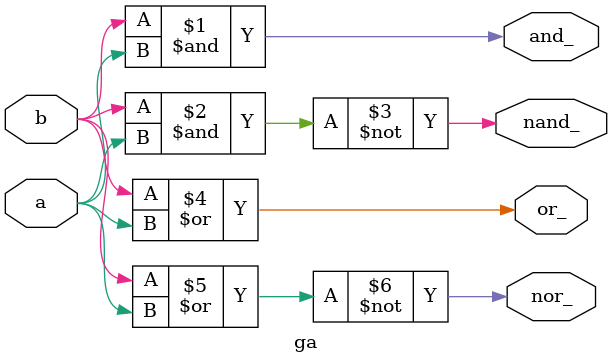
<source format=v>


`timescale 1ns/10ps

module ga (
    a,
    b,
    and_,
    nand_,
    or_,
    nor_
);


input a;
input b;
output and_;
wire and_;
output nand_;
wire nand_;
output or_;
wire or_;
output nor_;
wire nor_;







assign and_ = (b & a);
assign nand_ = (~(b & a));
assign or_ = (b | a);
assign nor_ = (~(b | a));

endmodule

</source>
